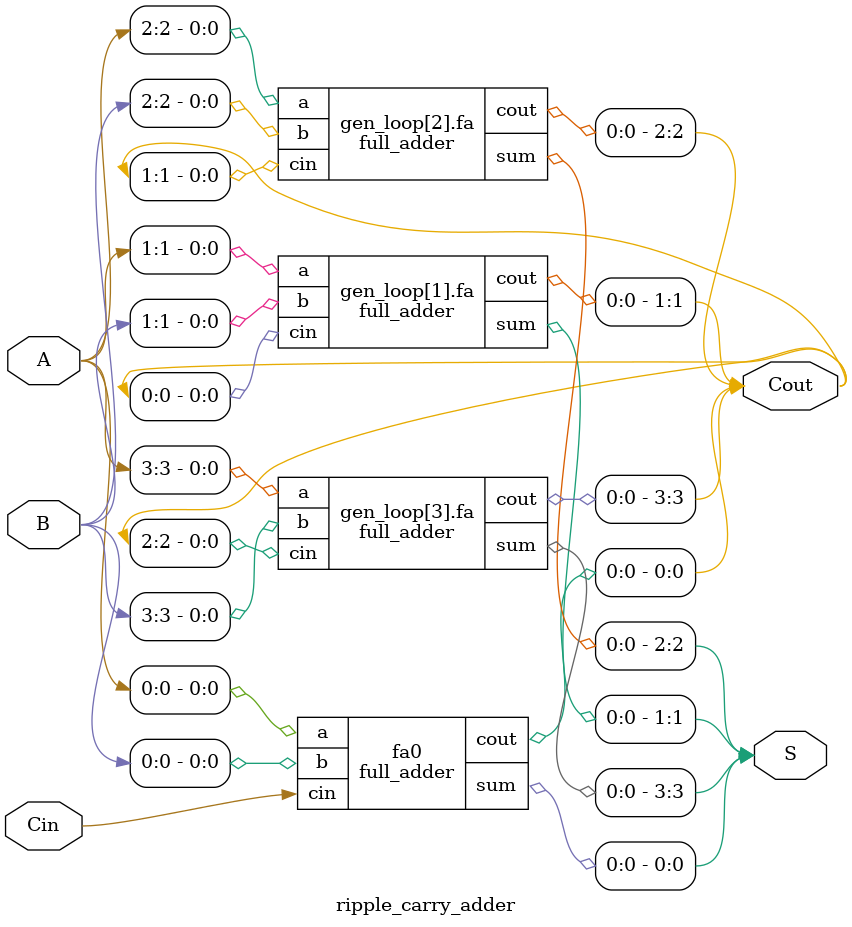
<source format=v>
module full_adder(
  input a, b, cin,
  output sum, cout
);
  assign {sum, cout} = {a^b^cin, ((a & b) | (b & cin) | (a & cin))};
endmodule

module ripple_carry_adder #(parameter SIZE = 4) (
  input [SIZE-1:0] A, B, 
  input Cin,
  output [SIZE-1:0] S, Cout);

  full_adder fa0(A[0], B[0], Cin, S[0], Cout[0]);

  genvar g;
  generate
    for(g = 1; g < SIZE; g = g+1) begin : gen_loop
      full_adder fa (
        .a(A[g]),
        .b(B[g]),
        .cin(Cout[g-1]),
        .sum(S[g]),
        .cout(Cout[g])
      );
    end
  endgenerate

endmodule


</source>
